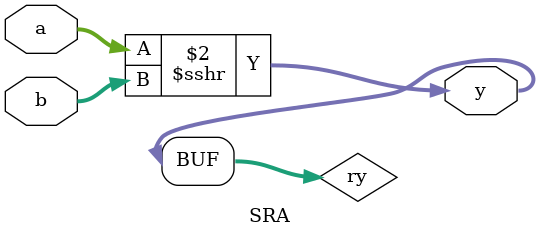
<source format=v>


module alu(
    input wire [31:0]A,
    input wire [31:0]B,
    input wire [3:0]control,
    output wire [31:0]out,
    output wire overflow
    );

    wire [31:0] num_plus, num_diff, tmp;
    wire slt_result, sltu_result, carry_bit;

    wire [32:0] k1, k2;
    assign k1 = {A[31], A} + {B[31], B};    //用来判断溢出
    assign k2 = {A[31], A} - {B[31], B};

    assign carry_bit = ~|(control ^ 4'b0010) ? k1[32] : k2[32];
    assign num_plus = k1[31:0];
    assign num_diff = k2[31:0];

    assign slt_result = (A[31] & ~B[31]) | (~A[31] & ~B[31] & num_diff[31]) | (A[31] & B[31] & num_diff[31]);
    assign {sltu_result, tmp} = {1'b0, A} - {1'b0, B};
    
    wire [31:0] ans1[1:0], ans2[1:0], out1, out2;
    wire [31:0] sra;
    SRA SRA(B, A[4:0], sra);

    assign ans1[0] = control[2] ? (control[1] ? (control[0] ?           (slt_result) : // 00111
                                                                        (num_diff)) :  // 00110
                                            (control[0] ?               (A & B) :  // 00101
                                                                        (A & B))) :  // 00100
                              (control[1] ? (control[0] ?               (~(A | B)) :  // 00011
                                                                        (num_plus)) :  // 00010
                                            (control[0] ?               (A | B) :  // 00001
                                                                        (A & B))); // 00000

    assign ans1[1] = control[2] ? (control[1] ? (control[0] ?           (A & B) :  // 01111
                                                                        (A & B)) :  // 01110
                                            (control[0] ?               (sltu_result) :  //  01101 sltu
                                                                        (B << 16))) :  // 01100
                              (control[1] ? (control[0] ?               (A ^ B) :  // 01011
                                                                        (sra)) :  // 01010 sra
                                            (control[0] ?               (B >> A[4:0]) :  // 01001
                                                                        (B << A[4:0])));  // 01000

    // assign ans2[0] = control[2] ? (control[1] ? (control[0] ?           (A & B) : // 10111
    //                                                                     (A & B)) :  // 10110
    //                                         (control[0] ?               (A & B) :  // 10101
    //                                                                     (A & B))) :  // 10100
    //                           (control[1] ? (control[0] ?               (A & B) :  // 10011
    //                                                                     (A & B)) :  // 10010
    //                                         (control[0] ?               (A & B) :  // 10001
    //                                                                     (A & B))); // 10000

    // assign ans2[1] = control[2] ? (control[1] ? (control[0] ?           (A & B) :  // 11111
    //                                                                     (A & B)) :  // 11110
    //                                         (control[0] ?               (A & B) :  //  11101
    //                                                                     (A & B))) :  // 11100
    //                           (control[1] ? (control[0] ?               (A & B) :  // 11011
    //                                                                     (A & B)) :  // 11010 sra
    //                                         (control[0] ?               (A & B) :  // 11001
    //                                                                     (A & B)));  // 11000

    // assign out1 = control[3] ? ans1[1] : ans1[0];
    // assign out2 = control[3] ? ans2[1] : ans2[0];
    // assign out = control[4] ? out2 : out1;
    assign out = control[3] ? ans1[1] : ans1[0];
    assign overflow = (~|(control ^ 4'b0010) | ~|(control ^ 4'b0110)) & (carry_bit ^ out[31]) ? 1'b1 : 1'b0;
endmodule

module SRA(
    input wire [31:0] a,
    input wire [4:0] b,
    output wire [31:0] y
);
    reg [31:0] ry;
    always @(*) begin
        ry <= $signed(a) >>> b;
    end
    assign y =  ry;
endmodule
</source>
